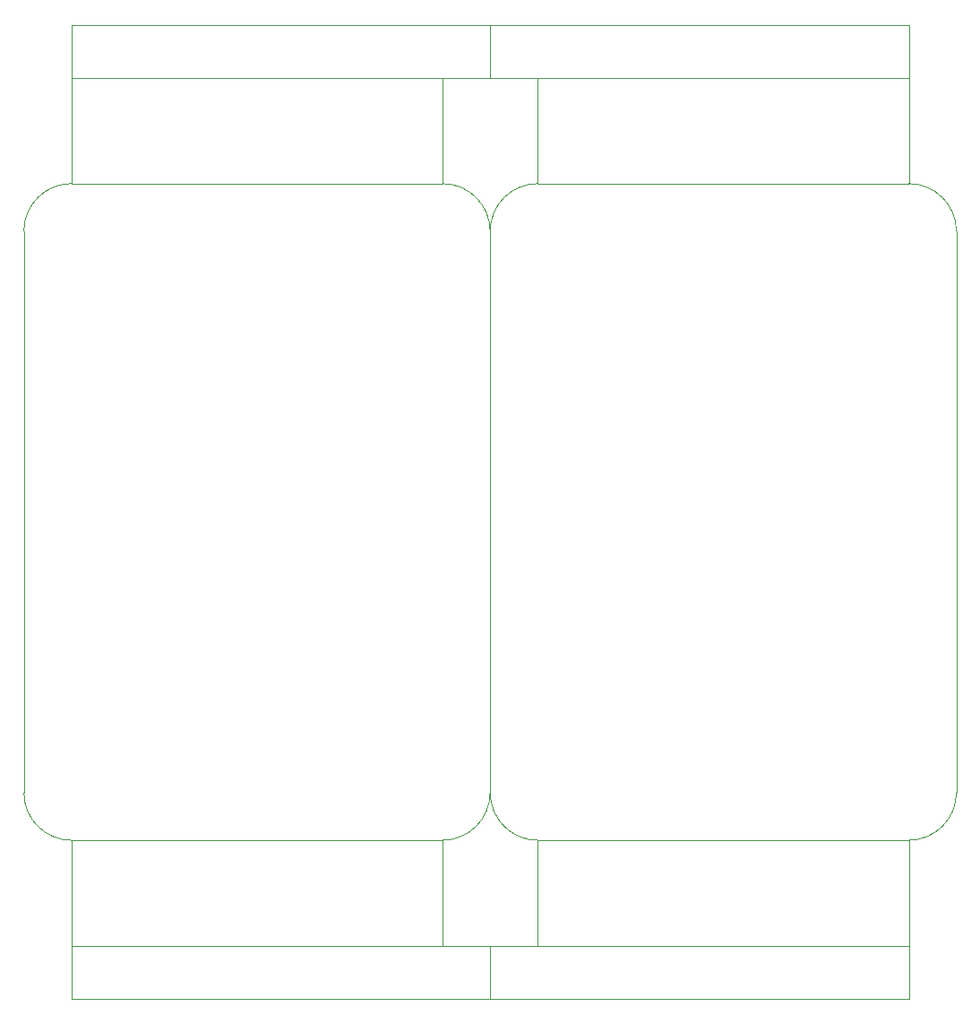
<source format=gm1>
G04 #@! TF.GenerationSoftware,KiCad,Pcbnew,(5.1.0)-1*
G04 #@! TF.CreationDate,2019-06-11T15:23:59-04:00*
G04 #@! TF.ProjectId,top and bottom case,746f7020-616e-4642-9062-6f74746f6d20,rev?*
G04 #@! TF.SameCoordinates,PX528a7e4PY5879c7c*
G04 #@! TF.FileFunction,Profile,NP*
%FSLAX46Y46*%
G04 Gerber Fmt 4.6, Leading zero omitted, Abs format (unit mm)*
G04 Created by KiCad (PCBNEW (5.1.0)-1) date 2019-06-11 15:23:59*
%MOMM*%
%LPD*%
G04 APERTURE LIST*
%ADD10C,0.100000*%
G04 APERTURE END LIST*
D10*
X23177500Y-40153500D02*
X23177500Y-45153500D01*
X23177500Y46825500D02*
X23177500Y41825500D01*
X-16391500Y41825500D02*
X27677500Y41825500D01*
X-16391500Y-40174500D02*
X27677500Y-40174500D01*
X27677500Y41825500D02*
X62746500Y41825500D01*
X-16391500Y31825500D02*
X18677500Y31825500D01*
X18677500Y41825500D02*
X18677500Y31825500D01*
X27677500Y41825500D02*
X27677500Y31825500D01*
X18677500Y-30174500D02*
X-16391500Y-30174500D01*
X27677500Y-40174500D02*
X62746500Y-40174500D01*
X18677500Y-30174500D02*
X18677500Y-40174500D01*
X27677500Y-30174500D02*
X27677500Y-40174500D01*
X62746500Y46825500D02*
X62746500Y31825500D01*
X-16391500Y31825500D02*
X-16391500Y46825500D01*
X-16391500Y46825500D02*
X62746500Y46825500D01*
X27677500Y31825500D02*
X62746500Y31825500D01*
X62746500Y-45174500D02*
X62746500Y-30174500D01*
X-16391500Y-30174500D02*
X-16391500Y-45174500D01*
X27677500Y-30174500D02*
X62746500Y-30174500D01*
X-16391500Y-45174500D02*
X62746500Y-45174500D01*
X23177500Y27325500D02*
X23177500Y-25674500D01*
X23177500Y-25674500D02*
X23177500Y27325500D01*
X27677500Y-30174500D02*
X62746500Y-30174500D01*
X62746500Y31825500D02*
X27677500Y31825500D01*
X27677500Y31825500D02*
G75*
G03X23177500Y27325500I0J-4500000D01*
G01*
X62746500Y31825500D02*
G75*
G02X67246500Y27325500I0J-4500000D01*
G01*
X23177500Y-25674500D02*
G75*
G03X27677500Y-30174500I4500000J0D01*
G01*
X67246500Y27325500D02*
X67246500Y-25674500D01*
X67246500Y-25674500D02*
G75*
G02X62746500Y-30174500I-4500000J0D01*
G01*
X-20891500Y-25674500D02*
G75*
G03X-16391500Y-30174500I4500000J0D01*
G01*
X23177500Y-25674500D02*
G75*
G02X18677500Y-30174500I-4500000J0D01*
G01*
X-16391500Y31825500D02*
G75*
G03X-20891500Y27325500I0J-4500000D01*
G01*
X18677500Y31825500D02*
G75*
G02X23177500Y27325500I0J-4500000D01*
G01*
X-16391500Y-30174500D02*
X18677500Y-30174500D01*
X18677500Y31825500D02*
X-16391500Y31825500D01*
X-20891500Y27325500D02*
X-20891500Y-25674500D01*
M02*

</source>
